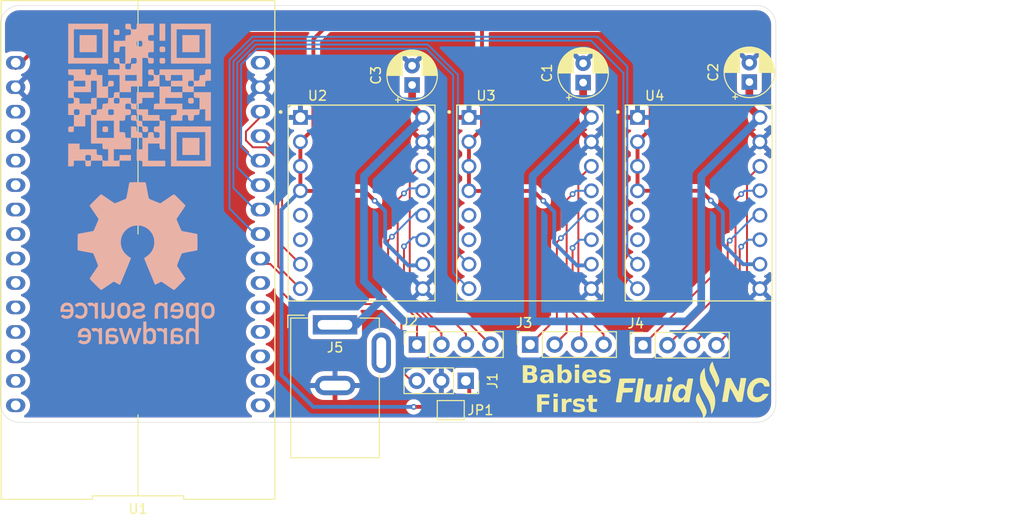
<source format=kicad_pcb>
(kicad_pcb (version 20240108) (generator "pcbnew") (generator_version "8.0")
  (layers (0 "F.Cu" signal) (31 "B.Cu" signal) (34 "B.Paste" user) (35 "F.Paste" user) (36 "B.SilkS" user "B.Silkscreen") (37 "F.SilkS" user "F.Silkscreen") (38 "B.Mask" user) (39 "F.Mask" user) (44 "Edge.Cuts" user))
  (net 0 "")
  (net 1 "PWMOUT")
  (net 3 "Net-(J1-Pin_1)")
  (net 4 "Net-(J2-B-)")
  (net 5 "Net-(J2-B+)")
  (net 6 "Net-(J2-A+)")
  (net 7 "Net-(J2-A-)")
  (net 8 "GND")
  (net 13 "Net-(J3-A-)")
  (net 18 "Net-(J3-B-)")
  (net 20 "Net-(J3-A+)")
  (net 23 "Net-(J3-B+)")
  (net 25 "Net-(J4-A-)")
  (net 26 "Net-(J4-B+)")
  (net 27 "Net-(J4-B-)")
  (net 33 "Net-(J4-A+)")
  (net 34 "YSTEP")
  (net 35 "XDIR")
  (net 36 "+3V3")
  (net 37 "XSTEP")
  (net 38 "YDIR")
  (net 39 "ZDIR")
  (net 40 "ZSTEP")
  (net 41 "Net-(U2-~{RESET})")
  (net 42 "Net-(U3-~{RESET})")
  (net 43 "Net-(U4-~{RESET})")
  (net 47 "+12V")
  (footprint "MODULE_A4988_STEPPER_MOTOR_DRIVER_CARRIER:MODULE_A4988_STEPPER_MOTOR_DRIVER_CARRIER" (layer "F.Cu") (at 155.5 69.25)
    (property "Reference" "U2" (at -4.575 -11.135 0) (layer "F.SilkS"))
    (property "Value" "A4988_STEPPER_MOTOR_DRIVER_CARRIER")
    (pad "1" thru_hole rect (at -6.35 -8.89) (size 1.53 1.53) (drill 1.02) (layers "*.Cu" "*.Mask") (net 8 "GND"))
    (pad "2" thru_hole circle (at -6.35 -6.35) (size 1.53 1.53) (drill 1.02) (layers "*.Cu" "*.Mask") (net 36 "+3V3"))
    (pad "3" thru_hole circle (at -6.35 -3.81) (size 1.53 1.53) (drill 1.02) (layers "*.Cu" "*.Mask") (net 36 "+3V3"))
    (pad "4" thru_hole circle (at -6.35 -1.27) (size 1.53 1.53) (drill 1.02) (layers "*.Cu" "*.Mask") (net 36 "+3V3"))
    (pad "5" thru_hole circle (at -6.35 1.27) (size 1.53 1.53) (drill 1.02) (layers "*.Cu" "*.Mask") (net 41 "Net-(U2-~{RESET})"))
    (pad "6" thru_hole circle (at -6.35 3.81) (size 1.53 1.53) (drill 1.02) (layers "*.Cu" "*.Mask") (net 41 "Net-(U2-~{RESET})"))
    (pad "7" thru_hole circle (at -6.35 6.35) (size 1.53 1.53) (drill 1.02) (layers "*.Cu" "*.Mask") (net 37 "XSTEP"))
    (pad "8" thru_hole circle (at -6.35 8.89) (size 1.53 1.53) (drill 1.02) (layers "*.Cu" "*.Mask") (net 35 "XDIR"))
    (pad "9" thru_hole circle (at 6.35 8.89) (size 1.53 1.53) (drill 1.02) (layers "*.Cu" "*.Mask") (net 8 "GND"))
    (pad "10" thru_hole circle (at 6.35 6.35) (size 1.53 1.53) (drill 1.02) (layers "*.Cu" "*.Mask") (net 36 "+3V3"))
    (pad "11" thru_hole circle (at 6.35 3.81) (size 1.53 1.53) (drill 1.02) (layers "*.Cu" "*.Mask") (net 5 "Net-(J2-B+)"))
    (pad "12" thru_hole circle (at 6.35 1.27) (size 1.53 1.53) (drill 1.02) (layers "*.Cu" "*.Mask") (net 6 "Net-(J2-A+)"))
    (pad "13" thru_hole circle (at 6.35 -1.27) (size 1.53 1.53) (drill 1.02) (layers "*.Cu" "*.Mask") (net 7 "Net-(J2-A-)"))
    (pad "14" thru_hole circle (at 6.35 -3.81) (size 1.53 1.53) (drill 1.02) (layers "*.Cu" "*.Mask") (net 4 "Net-(J2-B-)"))
    (pad "15" thru_hole circle (at 6.35 -6.35) (size 1.53 1.53) (drill 1.02) (layers "*.Cu" "*.Mask") (net 8 "GND"))
    (pad "16" thru_hole circle (at 6.35 -8.89) (size 1.53 1.53) (drill 1.02) (layers "*.Cu" "*.Mask") (net 47 "+12V"))
  )
  (footprint "MODULE_A4988_STEPPER_MOTOR_DRIVER_CARRIER:MODULE_A4988_STEPPER_MOTOR_DRIVER_CARRIER" (layer "F.Cu") (at 190.49 69.25)
    (property "Reference" "U4" (at -4.575 -11.135 0) (layer "F.SilkS"))
    (property "Value" "A4988_STEPPER_MOTOR_DRIVER_CARRIER")
    (pad "1" thru_hole rect (at -6.35 -8.89) (size 1.53 1.53) (drill 1.02) (layers "*.Cu" "*.Mask") (net 8 "GND"))
    (pad "2" thru_hole circle (at -6.35 -6.35) (size 1.53 1.53) (drill 1.02) (layers "*.Cu" "*.Mask") (net 36 "+3V3"))
    (pad "3" thru_hole circle (at -6.35 -3.81) (size 1.53 1.53) (drill 1.02) (layers "*.Cu" "*.Mask") (net 36 "+3V3"))
    (pad "4" thru_hole circle (at -6.35 -1.27) (size 1.53 1.53) (drill 1.02) (layers "*.Cu" "*.Mask") (net 36 "+3V3"))
    (pad "5" thru_hole circle (at -6.35 1.27) (size 1.53 1.53) (drill 1.02) (layers "*.Cu" "*.Mask") (net 43 "Net-(U4-~{RESET})"))
    (pad "6" thru_hole circle (at -6.35 3.81) (size 1.53 1.53) (drill 1.02) (layers "*.Cu" "*.Mask") (net 43 "Net-(U4-~{RESET})"))
    (pad "7" thru_hole circle (at -6.35 6.35) (size 1.53 1.53) (drill 1.02) (layers "*.Cu" "*.Mask") (net 40 "ZSTEP"))
    (pad "8" thru_hole circle (at -6.35 8.89) (size 1.53 1.53) (drill 1.02) (layers "*.Cu" "*.Mask") (net 39 "ZDIR"))
    (pad "9" thru_hole circle (at 6.35 8.89) (size 1.53 1.53) (drill 1.02) (layers "*.Cu" "*.Mask") (net 8 "GND"))
    (pad "10" thru_hole circle (at 6.35 6.35) (size 1.53 1.53) (drill 1.02) (layers "*.Cu" "*.Mask") (net 36 "+3V3"))
    (pad "11" thru_hole circle (at 6.35 3.81) (size 1.53 1.53) (drill 1.02) (layers "*.Cu" "*.Mask") (net 26 "Net-(J4-B+)"))
    (pad "12" thru_hole circle (at 6.35 1.27) (size 1.53 1.53) (drill 1.02) (layers "*.Cu" "*.Mask") (net 33 "Net-(J4-A+)"))
    (pad "13" thru_hole circle (at 6.35 -1.27) (size 1.53 1.53) (drill 1.02) (layers "*.Cu" "*.Mask") (net 25 "Net-(J4-A-)"))
    (pad "14" thru_hole circle (at 6.35 -3.81) (size 1.53 1.53) (drill 1.02) (layers "*.Cu" "*.Mask") (net 27 "Net-(J4-B-)"))
    (pad "15" thru_hole circle (at 6.35 -6.35) (size 1.53 1.53) (drill 1.02) (layers "*.Cu" "*.Mask") (net 8 "GND"))
    (pad "16" thru_hole circle (at 6.35 -8.89) (size 1.53 1.53) (drill 1.02) (layers "*.Cu" "*.Mask") (net 47 "+12V"))
  )
  (footprint "Connector_PinSocket_2.54mm:PinSocket_1x04_P2.54mm_Vertical" (layer "F.Cu") (at 172.994775 83.94 90)
    (property "Reference" "J3" (at 2.25 -0.63 180) (layer "F.SilkS"))
    (property "Value" "Conn_Stepper")
    (pad "1" thru_hole rect (at 0 0 90) (size 1.7 1.7) (drill 1) (layers "*.Cu" "*.Mask") (net 20 "Net-(J3-A+)"))
    (pad "2" thru_hole oval (at 0 2.54 90) (size 1.7 1.7) (drill 1) (layers "*.Cu" "*.Mask") (net 13 "Net-(J3-A-)"))
    (pad "3" thru_hole oval (at 0 5.08 90) (size 1.7 1.7) (drill 1) (layers "*.Cu" "*.Mask") (net 23 "Net-(J3-B+)"))
    (pad "4" thru_hole oval (at 0 7.62 90) (size 1.7 1.7) (drill 1) (layers "*.Cu" "*.Mask") (net 18 "Net-(J3-B-)"))
  )
  (footprint "LOGO" (layer "F.Cu") (at 189.864 88.628)
    (property "Reference" "G***" (hide yes))
    (property "Value" "LOGO" (hide yes))
  )
  (footprint "Capacitor_THT:CP_Radial_D5.0mm_P2.00mm" (layer "F.Cu") (at 178.494775 56.75 90)
    (property "Reference" "C1" (at 1 -3.75 90) (layer "F.SilkS"))
    (property "Value" "100µf")
    (pad "1" thru_hole rect (at 0 0 90) (size 1.6 1.6) (drill 0.8) (layers "*.Cu" "*.Mask") (net 47 "+12V"))
    (pad "2" thru_hole circle (at 2 0 90) (size 1.6 1.6) (drill 0.8) (layers "*.Cu" "*.Mask") (net 8 "GND"))
  )
  (footprint "Jumper:SolderJumper-2_P1.3mm_Open_TrianglePad1.0x1.5mm" (layer "F.Cu") (at 164.755 90.75)
    (property "Reference" "JP1" (at 3.085 0 0) (layer "F.SilkS"))
    (property "Value" "SolderJumper")
    (pad "1" smd custom (at -0.725 0) (size 0.3 0.3) (layers "F.Cu" "F.Mask") (net 36 "+3V3") (options (clearance outline) (anchor rect)) (primitives (gr_poly (pts (xy 1 0) (xy 0.5 0.75) (xy -0.5 0.75) (xy -0.5 -0.75) (xy 0.5 -0.75)) (width 0) (fill yes))))
    (pad "2" smd custom (at 0.725 0) (size 0.3 0.3) (layers "F.Cu" "F.Mask") (net 3 "Net-(J1-Pin_1)") (options (clearance outline) (anchor rect)) (primitives (gr_poly (pts (xy 0.5 0.75) (xy -0.65 0.75) (xy -0.15 0) (xy -0.65 -0.75) (xy 0.5 -0.75)) (width 0) (fill yes))))
  )
  (footprint "Capacitor_THT:CP_Radial_D5.0mm_P2.00mm" (layer "F.Cu") (at 195.744775 56.69 90)
    (property "Reference" "C2" (at 1 -3.75 90) (layer "F.SilkS"))
    (property "Value" "100µf")
    (pad "1" thru_hole rect (at 0 0 90) (size 1.6 1.6) (drill 0.8) (layers "*.Cu" "*.Mask") (net 47 "+12V"))
    (pad "2" thru_hole circle (at 2 0 90) (size 1.6 1.6) (drill 0.8) (layers "*.Cu" "*.Mask") (net 8 "GND"))
  )
  (footprint "Capacitor_THT:CP_Radial_D5.0mm_P2.00mm" (layer "F.Cu") (at 160.744775 57 90)
    (property "Reference" "C3" (at 1 -3.75 90) (layer "F.SilkS"))
    (property "Value" "100µf")
    (pad "1" thru_hole rect (at 0 0 90) (size 1.6 1.6) (drill 0.8) (layers "*.Cu" "*.Mask") (net 47 "+12V"))
    (pad "2" thru_hole circle (at 2 0 90) (size 1.6 1.6) (drill 0.8) (layers "*.Cu" "*.Mask") (net 8 "GND"))
  )
  (footprint "MODULE_A4988_STEPPER_MOTOR_DRIVER_CARRIER:MODULE_A4988_STEPPER_MOTOR_DRIVER_CARRIER" (layer "F.Cu") (at 172.995 69.25)
    (property "Reference" "U3" (at -4.575 -11.135 0) (layer "F.SilkS"))
    (property "Value" "A4988_STEPPER_MOTOR_DRIVER_CARRIER")
    (pad "1" thru_hole rect (at -6.35 -8.89) (size 1.53 1.53) (drill 1.02) (layers "*.Cu" "*.Mask") (net 8 "GND"))
    (pad "2" thru_hole circle (at -6.35 -6.35) (size 1.53 1.53) (drill 1.02) (layers "*.Cu" "*.Mask") (net 36 "+3V3"))
    (pad "3" thru_hole circle (at -6.35 -3.81) (size 1.53 1.53) (drill 1.02) (layers "*.Cu" "*.Mask") (net 36 "+3V3"))
    (pad "4" thru_hole circle (at -6.35 -1.27) (size 1.53 1.53) (drill 1.02) (layers "*.Cu" "*.Mask") (net 36 "+3V3"))
    (pad "5" thru_hole circle (at -6.35 1.27) (size 1.53 1.53) (drill 1.02) (layers "*.Cu" "*.Mask") (net 42 "Net-(U3-~{RESET})"))
    (pad "6" thru_hole circle (at -6.35 3.81) (size 1.53 1.53) (drill 1.02) (layers "*.Cu" "*.Mask") (net 42 "Net-(U3-~{RESET})"))
    (pad "7" thru_hole circle (at -6.35 6.35) (size 1.53 1.53) (drill 1.02) (layers "*.Cu" "*.Mask") (net 34 "YSTEP"))
    (pad "8" thru_hole circle (at -6.35 8.89) (size 1.53 1.53) (drill 1.02) (layers "*.Cu" "*.Mask") (net 38 "YDIR"))
    (pad "9" thru_hole circle (at 6.35 8.89) (size 1.53 1.53) (drill 1.02) (layers "*.Cu" "*.Mask") (net 8 "GND"))
    (pad "10" thru_hole circle (at 6.35 6.35) (size 1.53 1.53) (drill 1.02) (layers "*.Cu" "*.Mask") (net 36 "+3V3"))
    (pad "11" thru_hole circle (at 6.35 3.81) (size 1.53 1.53) (drill 1.02) (layers "*.Cu" "*.Mask") (net 23 "Net-(J3-B+)"))
    (pad "12" thru_hole circle (at 6.35 1.27) (size 1.53 1.53) (drill 1.02) (layers "*.Cu" "*.Mask") (net 20 "Net-(J3-A+)"))
    (pad "13" thru_hole circle (at 6.35 -1.27) (size 1.53 1.53) (drill 1.02) (layers "*.Cu" "*.Mask") (net 13 "Net-(J3-A-)"))
    (pad "14" thru_hole circle (at 6.35 -3.81) (size 1.53 1.53) (drill 1.02) (layers "*.Cu" "*.Mask") (net 18 "Net-(J3-B-)"))
    (pad "15" thru_hole circle (at 6.35 -6.35) (size 1.53 1.53) (drill 1.02) (layers "*.Cu" "*.Mask") (net 8 "GND"))
    (pad "16" thru_hole circle (at 6.35 -8.89) (size 1.53 1.53) (drill 1.02) (layers "*.Cu" "*.Mask") (net 47 "+12V"))
  )
  (footprint "Connector_PinSocket_2.54mm:PinSocket_1x04_P2.54mm_Vertical" (layer "F.Cu") (at 184.71 84 90)
    (property "Reference" "J4" (at 2.25 -0.75 180) (layer "F.SilkS"))
    (property "Value" "Conn_Stepper")
    (pad "1" thru_hole rect (at 0 0 90) (size 1.7 1.7) (drill 1) (layers "*.Cu" "*.Mask") (net 33 "Net-(J4-A+)"))
    (pad "2" thru_hole oval (at 0 2.54 90) (size 1.7 1.7) (drill 1) (layers "*.Cu" "*.Mask") (net 25 "Net-(J4-A-)"))
    (pad "3" thru_hole oval (at 0 5.08 90) (size 1.7 1.7) (drill 1) (layers "*.Cu" "*.Mask") (net 26 "Net-(J4-B+)"))
    (pad "4" thru_hole oval (at 0 7.62 90) (size 1.7 1.7) (drill 1) (layers "*.Cu" "*.Mask") (net 27 "Net-(J4-B-)"))
  )
  (footprint "ESP32-WROOM-32D:ESP32-WROOMD-Devboard" (layer "F.Cu") (at 132.3 72.47 90)
    (property "Reference" "U1" (at -28.53 0 180) (layer "F.SilkS"))
    (property "Value" "ESP32-WROOM-32D")
    (pad "1" thru_hole oval (at -17.78 12.7 90) (size 1.4 2) (drill 1) (layers "*.Cu" "*.Mask"))
    (pad "2" thru_hole oval (at -15.24 12.7 90) (size 1.4 2) (drill 1) (layers "*.Cu" "*.Mask"))
    (pad "3" thru_hole oval (at -12.7 12.7 90) (size 1.4 2) (drill 1) (layers "*.Cu" "*.Mask"))
    (pad "4" thru_hole oval (at -10.16 12.7 90) (size 1.4 2) (drill 1) (layers "*.Cu" "*.Mask"))
    (pad "5" thru_hole oval (at -7.62 12.7 90) (size 1.4 2) (drill 1) (layers "*.Cu" "*.Mask"))
    (pad "6" thru_hole oval (at -5.08 12.7 90) (size 1.4 2) (drill 1) (layers "*.Cu" "*.Mask"))
    (pad "7" thru_hole oval (at -2.54 12.7 90) (size 1.4 2) (drill 1) (layers "*.Cu" "*.Mask") (net 1 "PWMOUT"))
    (pad "8" thru_hole oval (at 0 12.7 90) (size 1.4 2) (drill 1) (layers "*.Cu" "*.Mask") (net 40 "ZSTEP"))
    (pad "9" thru_hole oval (at 2.54 12.7 90) (size 1.4 2) (drill 1) (layers "*.Cu" "*.Mask") (net 39 "ZDIR"))
    (pad "10" thru_hole oval (at 5.08 12.7 90) (size 1.4 2) (drill 1) (layers "*.Cu" "*.Mask") (net 34 "YSTEP"))
    (pad "11" thru_hole oval (at 7.62 12.7 90) (size 1.4 2) (drill 1) (layers "*.Cu" "*.Mask") (net 38 "YDIR"))
    (pad "12" thru_hole oval (at 10.16 12.7 90) (size 1.4 2) (drill 1) (layers "*.Cu" "*.Mask") (net 37 "XSTEP"))
    (pad "13" thru_hole oval (at 12.7 12.7 90) (size 1.4 2) (drill 1) (layers "*.Cu" "*.Mask") (net 35 "XDIR"))
    (pad "14" thru_hole oval (at 15.24 12.7 90) (size 1.4 2) (drill 1) (layers "*.Cu" "*.Mask") (net 8 "GND"))
    (pad "15" thru_hole oval (at 17.78 12.7 90) (size 1.4 2) (drill 1) (layers "*.Cu" "*.Mask"))
    (pad "16" thru_hole oval (at 17.78 -12.7 90) (size 1.4 2) (drill 1) (layers "*.Cu" "*.Mask") (net 36 "+3V3"))
    (pad "17" thru_hole oval (at 15.24 -12.7 90) (size 1.4 2) (drill 1) (layers "*.Cu" "*.Mask") (net 8 "GND"))
    (pad "18" thru_hole oval (at 12.7 -12.7 90) (size 1.4 2) (drill 1) (layers "*.Cu" "*.Mask"))
    (pad "19" thru_hole oval (at 10.16 -12.7 90) (size 1.4 2) (drill 1) (layers "*.Cu" "*.Mask"))
    (pad "20" thru_hole oval (at 7.62 -12.7 90) (size 1.4 2) (drill 1) (layers "*.Cu" "*.Mask"))
    (pad "21" thru_hole oval (at 5.08 -12.7 90) (size 1.4 2) (drill 1) (layers "*.Cu" "*.Mask"))
    (pad "22" thru_hole oval (at 2.54 -12.7 90) (size 1.4 2) (drill 1) (layers "*.Cu" "*.Mask"))
    (pad "23" thru_hole oval (at 0 -12.7 90) (size 1.4 2) (drill 1) (layers "*.Cu" "*.Mask"))
    (pad "24" thru_hole oval (at -2.54 -12.7 90) (size 1.4 2) (drill 1) (layers "*.Cu" "*.Mask"))
    (pad "25" thru_hole oval (at -5.08 -12.7 90) (size 1.4 2) (drill 1) (layers "*.Cu" "*.Mask"))
    (pad "26" thru_hole oval (at -7.62 -12.7 90) (size 1.4 2) (drill 1) (layers "*.Cu" "*.Mask"))
    (pad "27" thru_hole oval (at -10.16 -12.7 90) (size 1.4 2) (drill 1) (layers "*.Cu" "*.Mask"))
    (pad "28" thru_hole oval (at -12.7 -12.7 90) (size 1.4 2) (drill 1) (layers "*.Cu" "*.Mask"))
    (pad "29" thru_hole oval (at -15.24 -12.7 90) (size 1.4 2) (drill 1) (layers "*.Cu" "*.Mask"))
    (pad "30" thru_hole oval (at -17.78 -12.7 90) (size 1.4 2) (drill 1) (layers "*.Cu" "*.Mask"))
  )
  (footprint "Connector_PinSocket_2.54mm:PinSocket_1x04_P2.54mm_Vertical" (layer "F.Cu") (at 161.25 83.94 90)
    (property "Reference" "J2" (at 2.44 -0.744775 180) (layer "F.SilkS"))
    (property "Value" "Conn_Stepper")
    (pad "1" thru_hole rect (at 0 0 90) (size 1.7 1.7) (drill 1) (layers "*.Cu" "*.Mask") (net 6 "Net-(J2-A+)"))
    (pad "2" thru_hole oval (at 0 2.54 90) (size 1.7 1.7) (drill 1) (layers "*.Cu" "*.Mask") (net 7 "Net-(J2-A-)"))
    (pad "3" thru_hole oval (at 0 5.08 90) (size 1.7 1.7) (drill 1) (layers "*.Cu" "*.Mask") (net 5 "Net-(J2-B+)"))
    (pad "4" thru_hole oval (at 0 7.62 90) (size 1.7 1.7) (drill 1) (layers "*.Cu" "*.Mask") (net 4 "Net-(J2-B-)"))
  )
  (footprint "Connector_BarrelJack:BarrelJack_GCT_DCJ200-10-A_Horizontal" (layer "F.Cu") (at 152.744775 81.89)
    (property "Reference" "J5" (at 0.005225 2.36 0) (layer "F.SilkS"))
    (property "Value" "Barrel_Jack_MountingPin")
    (pad "1" thru_hole rect (at 0 0) (size 4.6 2) (drill oval 3.6 1) (layers "*.Cu" "*.Mask") (net 47 "+12V"))
    (pad "2" thru_hole oval (at 0 6.3) (size 4.2 2) (drill oval 3.2 1) (layers "*.Cu" "*.Mask") (net 8 "GND"))
    (pad "3" thru_hole oval (at 4.8 2.9) (size 2 4.2) (drill oval 1 3.2) (layers "*.Cu" "*.Mask"))
  )
  (footprint "Connector_PinSocket_2.54mm:PinSocket_1x03_P2.54mm_Vertical" (layer "F.Cu") (at 166.316013 87.69596 -90)
    (property "Reference" "J1" (at 0 -2.77 90) (layer "F.SilkS"))
    (property "Value" "Conn_01x03_Socket")
    (pad "1" thru_hole rect (at 0 0 270) (size 1.7 1.7) (drill 1) (layers "*.Cu" "*.Mask") (net 3 "Net-(J1-Pin_1)"))
    (pad "2" thru_hole oval (at 0 2.54 270) (size 1.7 1.7) (drill 1) (layers "*.Cu" "*.Mask") (net 8 "GND"))
    (pad "3" thru_hole oval (at 0 5.08 270) (size 1.7 1.7) (drill 1) (layers "*.Cu" "*.Mask") (net 1 "PWMOUT"))
  )
  (footprint "LOGO" (layer "B.Cu") (at 132.25 75.5 180)
    (property "Reference" "G***" (hide yes))
    (property "Value" "LOGO" (hide yes))
  )
  (footprint "LOGO" (layer "B.Cu") (at 132.5 58 180)
    (property "Reference" "G***" (hide yes))
    (property "Value" "LOGO" (hide yes))
  )
  (gr_line (start 120 48.75) (end 196.5 48.75) (stroke (width 0.05)) (layer "Edge.Cuts"))
  (gr_arc (start 198.5 90) (mid 197.914214 91.414214) (end 196.5 92) (stroke (width 0.05)) (layer "Edge.Cuts"))
  (gr_line (start 118 90) (end 118 50.75) (stroke (width 0.05)) (layer "Edge.Cuts"))
  (gr_arc (start 118 50.75) (mid 118.585786 49.335786) (end 120 48.75) (stroke (width 0.05)) (layer "Edge.Cuts"))
  (gr_arc (start 120 92) (mid 118.585786 91.414214) (end 118 90) (stroke (width 0.05)) (layer "Edge.Cuts"))
  (gr_arc (start 196.5 48.75) (mid 197.914214 49.335786) (end 198.5 50.75) (stroke (width 0.05)) (layer "Edge.Cuts"))
  (gr_line (start 196.5 92) (end 120 92) (stroke (width 0.05)) (layer "Edge.Cuts"))
  (gr_line (start 198.5 50.75) (end 198.5 90) (stroke (width 0.05)) (layer "Edge.Cuts"))
  (gr_text "Babies\nFirst" (at 176.75 91.25 0) (layer "F.SilkS") (effects (font (size 1.8 1.8) (thickness 0.2) (bold yes) (italic yes)) (justify bottom)))
  (segment (start 159.638 81.516) (end 159.638 86.678) (width 0.2) (layer "F.Cu") (net 1))
  (segment (start 147.192 78.468) (end 148.462 79.738) (width 0.2) (layer "F.Cu") (net 1))
  (segment (start 146.014314 75.57) (end 147.192 76.747686) (width 0.2) (layer "F.Cu") (net 1))
  (segment (start 159.638 86.678) (end 161.21 88.25) (width 0.2) (layer "F.Cu") (net 1))
  (segment (start 157.86 79.738) (end 159.638 81.516) (width 0.2) (layer "F.Cu") (net 1))
  (segment (start 147.192 76.747686) (end 147.192 78.468) (width 0.2) (layer "F.Cu") (net 1))
  (segment (start 145 75.57) (end 146.014314 75.57) (width 0.2) (layer "F.Cu") (net 1))
  (segment (start 148.462 79.738) (end 157.86 79.738) (width 0.2) (layer "F.Cu") (net 1))
  (segment (start 166.676 88.055947) (end 166.316013 87.69596) (width 0.2) (layer "F.Cu") (net 3))
  (segment (start 166.676 89.718) (end 166.676 88.055947) (width 0.4) (layer "F.Cu") (net 3))
  (segment (start 165.48 90.914) (end 166.676 89.718) (width 0.4) (layer "F.Cu") (net 3))
  (segment (start 166.18 81.25) (end 162.947057 81.25) (width 0.2) (layer "F.Cu") (net 4))
  (segment (start 160.5 66.53) (end 161.84 65.19) (width 0.2) (layer "F.Cu") (net 4))
  (segment (start 160.5 78.802943) (end 160.5 66.53) (width 0.2) (layer "F.Cu") (net 4))
  (segment (start 168.87 83.94) (end 166.18 81.25) (width 0.2) (layer "F.Cu") (net 4))
  (segment (start 162.947057 81.25) (end 160.5 78.802943) (width 0.2) (layer "F.Cu") (net 4))
  (segment (start 165.15 81.65) (end 166.33 82.83) (width 0.2) (layer "F.Cu") (net 5))
  (segment (start 159.9 78.768629) (end 162.781371 81.65) (width 0.2) (layer "F.Cu") (net 5))
  (segment (start 162.781371 81.65) (end 165.15 81.65) (width 0.2) (layer "F.Cu") (net 5))
  (segment (start 166.33 82.83) (end 166.33 83.94) (width 0.2) (layer "F.Cu") (net 5))
  (segment (start 159.9 73.75) (end 159.9 78.768629) (width 0.2) (layer "F.Cu") (net 5))
  (via (at 159.9 73.75) (size 0.6) (drill 0.3) (layers "F.Cu" "B.Cu") (net 5))
  (segment (start 160.84 72.81) (end 161.84 72.81) (width 0.2) (layer "B.Cu") (net 5))
  (segment (start 159.9 73.75) (end 160.84 72.81) (width 0.2) (layer "B.Cu") (net 5))
  (segment (start 161.25 81.25) (end 161.25 83.94) (width 0.2) (layer "F.Cu") (net 6))
  (segment (start 158.25 78.25) (end 161.25 81.25) (width 0.2) (layer "F.Cu") (net 6))
  (segment (start 158.65 72.75) (end 158.25 73.15) (width 0.2) (layer "F.Cu") (net 6))
  (segment (start 158.25 73.15) (end 158.25 78.25) (width 0.2) (layer "F.Cu") (net 6))
  (via (at 158.65 72.75) (size 0.6) (drill 0.3) (layers "F.Cu" "B.Cu") (net 6))
  (segment (start 161.15 70.25) (end 161.82 70.25) (width 0.2) (layer "B.Cu") (net 6))
  (segment (start 158.65 72.75) (end 161.15 70.25) (width 0.2) (layer "B.Cu") (net 6))
  (segment (start 159.25 78.684315) (end 162.615685 82.05) (width 0.2) (layer "F.Cu") (net 7))
  (segment (start 159.25 68.9) (end 159.25 78.684315) (width 0.2) (layer "F.Cu") (net 7))
  (segment (start 163.79 82.757157) (end 163.79 83.94) (width 0.2) (layer "F.Cu") (net 7))
  (segment (start 162.615685 82.05) (end 163.082843 82.05) (width 0.2) (layer "F.Cu") (net 7))
  (segment (start 159.9 68.25) (end 159.25 68.9) (width 0.2) (layer "F.Cu") (net 7))
  (segment (start 163.082843 82.05) (end 163.79 82.757157) (width 0.2) (layer "F.Cu") (net 7))
  (via (at 159.9 68.25) (size 0.6) (drill 0.3) (layers "F.Cu" "B.Cu") (net 7))
  (segment (start 160.42 67.73) (end 161.84 67.73) (width 0.2) (layer "B.Cu") (net 7))
  (segment (start 159.9 68.25) (end 160.42 67.73) (width 0.2) (layer "B.Cu") (net 7))
  (segment (start 177.4 68.326) (end 176.784 68.942) (width 0.2) (layer "F.Cu") (net 13))
  (segment (start 176.784 68.942) (end 176.784 82.690775) (width 0.2) (layer "F.Cu") (net 13))
  (segment (start 176.784 82.690775) (end 175.534775 83.94) (width 0.2) (layer "F.Cu") (net 13))
  (via (at 177.4 68.326) (size 0.6) (drill 0.3) (layers "F.Cu" "B.Cu") (net 13))
  (segment (start 177.4 68.326) (end 177.746 67.98) (width 0.2) (layer "B.Cu") (net 13))
  (segment (start 177.746 67.98) (end 179.34 67.98) (width 0.2) (layer "B.Cu") (net 13))
  (segment (start 180.614775 83.94) (end 180.614775 82.864775) (width 0.2) (layer "F.Cu") (net 18))
  (segment (start 178 80.25) (end 178 66.78) (width 0.2) (layer "F.Cu") (net 18))
  (segment (start 180.614775 82.864775) (end 178 80.25) (width 0.2) (layer "F.Cu") (net 18))
  (segment (start 178 66.78) (end 179.34 65.44) (width 0.2) (layer "F.Cu") (net 18))
  (segment (start 172.994775 83.405225) (end 172.994775 83.94) (width 0.2) (layer "F.Cu") (net 20))
  (segment (start 175.768 81.166775) (end 172.994775 83.94) (width 0.2) (layer "F.Cu") (net 20))
  (segment (start 175.768 73.314) (end 175.768 81.166775) (width 0.2) (layer "F.Cu") (net 20))
  (segment (start 176.184 72.898) (end 175.768 73.314) (width 0.2) (layer "F.Cu") (net 20))
  (via (at 176.184 72.898) (size 0.6) (drill 0.3) (layers "F.Cu" "B.Cu") (net 20))
  (segment (start 178.582 70.5) (end 179.32 70.5) (width 0.2) (layer "B.Cu") (net 20))
  (segment (start 176.184 72.898) (end 178.582 70.5) (width 0.2) (layer "B.Cu") (net 20))
  (segment (start 177.400245 73.914245) (end 177.400245 80.615441) (width 0.2) (layer "F.Cu") (net 23))
  (segment (start 178.308 83.706775) (end 178.074775 83.94) (width 0.2) (layer "F.Cu") (net 23))
  (segment (start 177.4 73.914) (end 177.400245 73.914245) (width 0.2) (layer "F.Cu") (net 23))
  (segment (start 178.308 81.523196) (end 178.308 83.706775) (width 0.2) (layer "F.Cu") (net 23))
  (segment (start 177.400245 80.615441) (end 178.308 81.523196) (width 0.2) (layer "F.Cu") (net 23))
  (via (at 177.4 73.914) (size 0.6) (drill 0.3) (layers "F.Cu" "B.Cu") (net 23))
  (segment (start 177.4 73.806) (end 178.146 73.06) (width 0.2) (layer "B.Cu") (net 23))
  (segment (start 178.146 73.06) (end 179.34 73.06) (width 0.2) (layer "B.Cu") (net 23))
  (segment (start 177.4 73.914) (end 177.4 73.806) (width 0.2) (layer "B.Cu") (net 23))
  (segment (start 194.3 74.162529) (end 194.31 74.172529) (width 0.2) (layer "F.Cu") (net 25))
  (segment (start 194.31 76.94) (end 187.25 84) (width 0.2) (layer "F.Cu") (net 25))
  (segment (start 194.9 68.326) (end 194.31 68.916) (width 0.2) (layer "F.Cu") (net 25))
  (segment (start 194.31 74.172529) (end 194.31 76.94) (width 0.2) (layer "F.Cu") (net 25))
  (segment (start 194.31 68.916) (end 194.31 73.655471) (width 0.2) (layer "F.Cu") (net 25))
  (segment (start 194.3 73.665471) (end 194.3 74.162529) (width 0.2) (layer "F.Cu") (net 25))
  (segment (start 194.31 73.655471) (end 194.3 73.665471) (width 0.2) (layer "F.Cu") (net 25))
  (via (at 194.9 68.326) (size 0.6) (drill 0.3) (layers "F.Cu" "B.Cu") (net 25))
  (segment (start 195.246 67.98) (end 196.84 67.98) (width 0.2) (layer "B.Cu") (net 25))
  (segment (start 194.9 68.326) (end 195.246 67.98) (width 0.2) (layer "B.Cu") (net 25))
  (segment (start 194.75 73.932) (end 194.75 79.04) (width 0.2) (layer "F.Cu") (net 26))
  (segment (start 194.75 79.04) (end 189.79 84) (width 0.2) (layer "F.Cu") (net 26))
  (segment (start 194.9 73.782) (end 194.75 73.932) (width 0.2) (layer "F.Cu") (net 26))
  (via (at 194.9 73.782) (size 0.6) (drill 0.3) (layers "F.Cu" "B.Cu") (net 26))
  (segment (start 195.622 73.06) (end 196.84 73.06) (width 0.2) (layer "B.Cu") (net 26))
  (segment (start 194.9 73.782) (end 195.622 73.06) (width 0.2) (layer "B.Cu") (net 26))
  (segment (start 192.33 84) (end 195.5 80.83) (width 0.2) (layer "F.Cu") (net 27))
  (segment (start 195.5 80.83) (end 195.5 66.78) (width 0.2) (layer "F.Cu") (net 27))
  (segment (start 195.5 66.78) (end 196.84 65.44) (width 0.2) (layer "F.Cu") (net 27))
  (segment (start 193.5 73.362) (end 193.5 75.21) (width 0.2) (layer "F.Cu") (net 33))
  (segment (start 193.5 75.21) (end 184.71 84) (width 0.2) (layer "F.Cu") (net 33))
  (segment (start 193.71 73.152) (end 193.5 73.362) (width 0.2) (layer "F.Cu") (net 33))
  (via (at 193.71 73.152) (size 0.6) (drill 0.3) (layers "F.Cu" "B.Cu") (net 33))
  (segment (start 196.82 70.5) (end 196.84 70.52) (width 0.2) (layer "B.Cu") (net 33))
  (segment (start 193.71 73.152) (end 196.362 70.5) (width 0.2) (layer "B.Cu") (net 33))
  (segment (start 196.362 70.5) (end 196.82 70.5) (width 0.2) (layer "B.Cu") (net 33))
  (segment (start 166.645 75.6) (end 165.5 74.455) (width 0.2) (layer "B.Cu") (net 34))
  (segment (start 162.365686 52.8) (end 144.51 52.8) (width 0.2) (layer "B.Cu") (net 34))
  (segment (start 165.5 55.934314) (end 162.365686 52.8) (width 0.2) (layer "B.Cu") (net 34))
  (segment (start 142.6 65.55) (end 145 67.95) (width 0.2) (layer "B.Cu") (net 34))
  (segment (start 165.5 74.455) (end 165.5 55.934314) (width 0.2) (layer "B.Cu") (net 34))
  (segment (start 144.51 52.8) (end 142.6 54.71) (width 0.2) (layer "B.Cu") (net 34))
  (segment (start 142.6 54.71) (end 142.6 65.55) (width 0.2) (layer "B.Cu") (net 34))
  (segment (start 144.213398 63.463398) (end 145.587712 63.463398) (width 0.2) (layer "F.Cu") (net 35))
  (segment (start 143.5 62.75) (end 144.213398 63.463398) (width 0.2) (layer "F.Cu") (net 35))
  (segment (start 145.587712 63.463398) (end 146.85 64.725686) (width 0.2) (layer "F.Cu") (net 35))
  (segment (start 146.85 64.725686) (end 146.85 75.84) (width 0.2) (layer "F.Cu") (net 35))
  (segment (start 143.5 61.83) (end 143.5 62.75) (width 0.2) (layer "F.Cu") (net 35))
  (segment (start 146.85 75.84) (end 149.15 78.14) (width 0.2) (layer "F.Cu") (net 35))
  (segment (start 145 60.33) (end 143.5 61.83) (width 0.2) (layer "F.Cu") (net 35))
  (segment (start 184.14 65.44) (end 184.14 67.98) (width 0.4) (layer "F.Cu") (net 36))
  (segment (start 166.645 62.9) (end 166.645 65.44) (width 0.4) (layer "F.Cu") (net 36))
  (segment (start 149.15 65.44) (end 149.15 67.98) (width 0.4) (layer "F.Cu") (net 36))
  (segment (start 174.36 69.02) (end 173.34 68) (width 0.4) (layer "F.Cu") (net 36))
  (segment (start 163.522 90.406) (end 160.908 90.406) (width 0.4) (layer "F.Cu") (net 36))
  (segment (start 150.5 52.25) (end 150.5 61.55) (width 0.4) (layer "F.Cu") (net 36))
  (segment (start 150.5 61.55) (end 149.15 62.9) (width 0.4) (layer "F.Cu") (net 36))
  (segment (start 183.05 50.8) (end 185.5 53.25) (width 0.4) (layer "F.Cu") (net 36))
  (segment (start 151.95 50.8) (end 150.5 52.25) (width 0.4) (layer "F.Cu") (net 36))
  (segment (start 168 50.8) (end 168 61.545) (width 0.4) (layer "F.Cu") (net 36))
  (segment (start 185.5 53.25) (end 185.5 61.54) (width 0.4) (layer "F.Cu") (net 36))
  (segment (start 185.5 61.54) (end 184.14 62.9) (width 0.4) (layer "F.Cu") (net 36))
  (segment (start 184.14 62.9) (end 184.14 65.44) (width 0.4) (layer "F.Cu") (net 36))
  (segment (start 149.55 50.8) (end 166.8 50.8) (width 0.4) (layer "F.Cu") (net 36))
  (segment (start 155.84 68) (end 149.25 68) (width 0.4) (layer "F.Cu") (net 36))
  (segment (start 190.73 67.98) (end 184.14 67.98) (width 0.4) (layer "F.Cu") (net 36))
  (segment (start 191.75 69) (end 190.73 67.98) (width 0.4) (layer "F.Cu") (net 36))
  (segment (start 166.8 50.8) (end 183.05 50.8) (width 0.4) (layer "F.Cu") (net 36))
  (segment (start 164.03 90.914) (end 163.522 90.406) (width 0.4) (layer "F.Cu") (net 36))
  (segment (start 168 61.545) (end 166.645 62.9) (width 0.4) (layer "F.Cu") (net 36))
  (segment (start 149.55 50.8) (end 151.95 50.8) (width 0.4) (layer "F.Cu") (net 36))
  (segment (start 149.15 62.9) (end 149.15 65.44) (width 0.4) (layer "F.Cu") (net 36))
  (segment (start 166.645 65.44) (end 166.645 67.98) (width 0.4) (layer "F.Cu") (net 36))
  (segment (start 173.34 68) (end 166.75 68) (width 0.4) (layer "F.Cu") (net 36))
  (segment (start 156.86 69.02) (end 155.84 68) (width 0.4) (layer "F.Cu") (net 36))
  (segment (start 166.8 50.8) (end 168 50.8) (width 0.4) (layer "F.Cu") (net 36))
  (segment (start 119.6 55.25) (end 124.05 50.8) (width 0.4) (layer "F.Cu") (net 36))
  (segment (start 124.05 50.8) (end 149.55 50.8) (width 0.4) (layer "F.Cu") (net 36))
  (via (at 191.75 69) (size 0.6) (drill 0.3) (layers "F.Cu" "B.Cu") (net 36))
  (via (at 160.908 90.406) (size 0.6) (drill 0.3) (layers "F.Cu" "B.Cu") (net 36))
  (via (at 156.86 69.02) (size 0.6) (drill 0.3) (layers "F.Cu" "B.Cu") (net 36))
  (via (at 174.36 69.02) (size 0.6) (drill 0.3) (layers "F.Cu" "B.Cu") (net 36))
  (segment (start 157.95 73.325) (end 160.35 75.725) (width 0.4) (layer "B.Cu") (net 36))
  (segment (start 175.484 73.359) (end 175.484 72.60805) (width 0.4) (layer "B.Cu") (net 36))
  (segment (start 177.85 75.725) (end 175.484 73.359) (width 0.4) (layer "B.Cu") (net 36))
  (segment (start 157.95 70.075) (end 157.95 73.325) (width 0.4) (layer "B.Cu") (net 36))
  (segment (start 175.484 72.60805) (end 175.5 72.59205) (width 0.4) (layer "B.Cu") (net 36))
  (segment (start 193 73.5) (end 195.1 75.6) (width 0.4) (layer "B.Cu") (net 36))
  (segment (start 175.5 72.59205) (end 175.5 70.16) (width 0.4) (layer "B.Cu") (net 36))
  (segment (start 195.1 75.6) (end 196.84 75.6) (width 0.4) (layer "B.Cu") (net 36))
  (segment (start 191.75 69) (end 193 70.25) (width 0.4) (layer "B.Cu") (net 36))
  (segment (start 149.15 67.98) (end 147.192 69.938) (width 0.4) (layer "B.Cu") (net 36))
  (segment (start 150.494 90.406) (end 160.908 90.406) (width 0.4) (layer "B.Cu") (net 36))
  (segment (start 193 70.25) (end 193 73.5) (width 0.4) (layer "B.Cu") (net 36))
  (segment (start 157 69.125) (end 157.95 70.075) (width 0.4) (layer "B.Cu") (net 36))
  (segment (start 179.59 75.725) (end 177.85 75.725) (width 0.4) (layer "B.Cu") (net 36))
  (segment (start 160.35 75.725) (end 162.09 75.725) (width 0.4) (layer "B.Cu") (net 36))
  (segment (start 175.5 70.16) (end 174.36 69.02) (width 0.4) (layer "B.Cu") (net 36))
  (segment (start 147.192 87.104) (end 150.494 90.406) (width 0.4) (layer "B.Cu") (net 36))
  (segment (start 147.192 69.938) (end 147.192 87.104) (width 0.4) (layer "B.Cu") (net 36))
  (segment (start 145 62.87) (end 145.56 62.87) (width 0.2) (layer "F.Cu") (net 37))
  (segment (start 147.25 73.7) (end 149.15 75.6) (width 0.2) (layer "F.Cu") (net 37))
  (segment (start 145.56 62.87) (end 147.25 64.56) (width 0.2) (layer "F.Cu") (net 37))
  (segment (start 147.25 64.56) (end 147.25 73.7) (width 0.2) (layer "F.Cu") (net 37))
  (segment (start 144.625686 53.25) (end 143 54.875686) (width 0.2) (layer "B.Cu") (net 38))
  (segment (start 165 76.495) (end 165 56) (width 0.2) (layer "B.Cu") (net 38))
  (segment (start 143 63.41) (end 145 65.41) (width 0.2) (layer "B.Cu") (net 38))
  (segment (start 162.25 53.25) (end 144.625686 53.25) (width 0.2) (layer "B.Cu") (net 38))
  (segment (start 165 56) (end 162.25 53.25) (width 0.2) (layer "B.Cu") (net 38))
  (segment (start 166.645 78.14) (end 165 76.495) (width 0.2) (layer "B.Cu") (net 38))
  (segment (start 143 54.875686) (end 143 63.41) (width 0.2) (layer "B.Cu") (net 38))
  (segment (start 142.2 54.544314) (end 142.2 67.69) (width 0.2) (layer "B.Cu") (net 39))
  (segment (start 182.675 55.75) (end 180.425 53.5) (width 0.2) (layer "B.Cu") (net 39))
  (segment (start 179.325 52.4) (end 144.344314 52.4) (width 0.2) (layer "B.Cu") (net 39))
  (segment (start 182.675 76.675) (end 182.675 55.75) (width 0.2) (layer "B.Cu") (net 39))
  (segment (start 180.425 53.5) (end 179.325 52.4) (width 0.2) (layer "B.Cu") (net 39))
  (segment (start 144.344314 52.4) (end 142.2 54.544314) (width 0.2) (layer "B.Cu") (net 39))
  (segment (start 180.425 53.5) (end 180.25 53.5) (width 0.2) (layer "B.Cu") (net 39))
  (segment (start 142.2 67.69) (end 145 70.49) (width 0.2) (layer "B.Cu") (net 39))
  (segment (start 184.14 78.14) (end 182.675 76.675) (width 0.2) (layer "B.Cu") (net 39))
  (segment (start 144.178628 52) (end 141.8 54.378628) (width 0.2) (layer "B.Cu") (net 40))
  (segment (start 141.8 54.378628) (end 141.8 69.83) (width 0.2) (layer "B.Cu") (net 40))
  (segment (start 180 52) (end 144.178628 52) (width 0.2) (layer "B.Cu") (net 40))
  (segment (start 184.14 75.6) (end 183.075 74.535) (width 0.2) (layer "B.Cu") (net 40))
  (segment (start 183.075 74.535) (end 183.075 55.075) (width 0.2) (layer "B.Cu") (net 40))
  (segment (start 141.8 69.83) (end 145 73.03) (width 0.2) (layer "B.Cu") (net 40))
  (segment (start 183.075 55.075) (end 180 52) (width 0.2) (layer "B.Cu") (net 40))
  (segment (start 178.494775 59.509775) (end 178.494775 56.75) (width 0.8) (layer "F.Cu") (net 47))
  (segment (start 161.85 60.36) (end 160.744775 59.254775) (width 0.8) (layer "F.Cu") (net 47))
  (segment (start 195.744775 59.264775) (end 195.744775 56.69) (width 0.8) (layer "F.Cu") (net 47))
  (segment (start 160.744775 59.254775) (end 160.744775 57) (width 0.8) (layer "F.Cu") (net 47))
  (segment (start 179.345 60.36) (end 178.494775 59.509775) (width 0.8) (layer "F.Cu") (net 47))
  (segment (start 196.84 60.36) (end 195.744775 59.264775) (width 0.8) (layer "F.Cu") (net 47))
  (segment (start 154.946 81.89) (end 152.744775 81.89) (width 0.8) (layer "B.Cu") (net 47))
  (segment (start 196.84 60.36) (end 190.75 66.45) (width 0.8) (layer "B.Cu") (net 47))
  (segment (start 159.91 81.534) (end 173.482 81.534) (width 0.8) (layer "B.Cu") (net 47))
  (segment (start 155.75 66.46) (end 155.75 77.374) (width 0.8) (layer "B.Cu") (net 47))
  (segment (start 173.25 66.455) (end 173.25 81.302) (width 0.8) (layer "B.Cu") (net 47))
  (segment (start 155.75 77.374) (end 157.606 79.23) (width 0.8) (layer "B.Cu") (net 47))
  (segment (start 190.75 80.014) (end 189.23 81.534) (width 0.8) (layer "B.Cu") (net 47))
  (segment (start 173.25 81.302) (end 173.482 81.534) (width 0.8) (layer "B.Cu") (net 47))
  (segment (start 190.75 66.45) (end 190.75 80.014) (width 0.8) (layer "B.Cu") (net 47))
  (segment (start 153.100775 81.534) (end 152.744775 81.89) (width 0.8) (layer "B.Cu") (net 47))
  (segment (start 157.606 79.23) (end 154.946 81.89) (width 0.8) (layer "B.Cu") (net 47))
  (segment (start 179.345 60.36) (end 173.25 66.455) (width 0.8) (layer "B.Cu") (net 47))
  (segment (start 189.23 81.534) (end 173.482 81.534) (width 0.8) (layer "B.Cu") (net 47))
  (segment (start 157.606 79.23) (end 159.91 81.534) (width 0.8) (layer "B.Cu") (net 47))
  (segment (start 161.85 60.36) (end 155.75 66.46) (width 0.8) (layer "B.Cu") (net 47))
  (zone (net 8) (net_name "GND") (layers "F&B.Cu") (connect_pads (clearance 0.5)) (min_thickness 0.25) (fill yes (thermal_gap 0.5) (thermal_bridge_width 0.5))
    (polygon (pts (xy 198.5 48.75) (xy 118 48.75) (xy 117.982 92) (xy 198.5 92)))
  )
)
</source>
